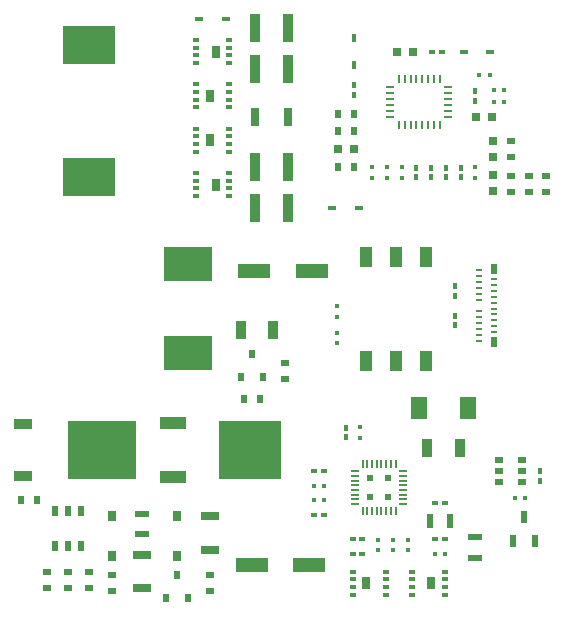
<source format=gtp>
G04 #@! TF.FileFunction,Paste,Top*
%FSLAX46Y46*%
G04 Gerber Fmt 4.6, Leading zero omitted, Abs format (unit mm)*
G04 Created by KiCad (PCBNEW (2016-11-21 revision f7cc0a9)-makepkg) date 06/05/17 10:20:09*
%MOMM*%
%LPD*%
G01*
G04 APERTURE LIST*
%ADD10C,0.100000*%
%ADD11R,0.864000X2.358000*%
%ADD12R,0.774000X0.270000*%
%ADD13R,0.270000X0.774000*%
%ADD14R,0.504000X0.504000*%
%ADD15R,0.225000X0.666000*%
%ADD16R,0.666000X0.225000*%
%ADD17R,4.050000X2.880000*%
%ADD18R,5.292000X5.031000*%
%ADD19R,2.277000X1.062000*%
%ADD20R,5.724000X4.914000*%
%ADD21R,1.557000X0.864000*%
%ADD22R,0.990000X1.800000*%
%ADD23R,0.630000X0.900000*%
%ADD24R,0.630000X0.270000*%
%ADD25R,0.696000X0.980000*%
%ADD26R,0.612000X0.315000*%
%ADD27R,4.500000X3.177000*%
%ADD28R,0.558000X0.828000*%
%ADD29R,0.450000X0.531000*%
%ADD30R,0.684000X0.414000*%
%ADD31R,0.414000X0.684000*%
%ADD32R,0.513000X0.792000*%
%ADD33R,1.467000X1.917000*%
%ADD34R,0.648000X0.810000*%
%ADD35R,1.188000X0.603000*%
%ADD36R,0.603000X1.188000*%
%ADD37R,0.738000X1.503000*%
%ADD38R,1.503000X0.738000*%
%ADD39R,0.585000X0.792000*%
%ADD40R,0.792000X0.585000*%
%ADD41R,0.459000X0.450000*%
%ADD42R,0.450000X0.459000*%
%ADD43R,0.864000X1.548000*%
%ADD44R,0.648000X0.783000*%
%ADD45R,0.783000X0.648000*%
%ADD46R,0.531000X0.450000*%
%ADD47R,2.673000X1.242000*%
%ADD48R,0.792000X0.513000*%
%ADD49R,0.549000X1.062000*%
G04 APERTURE END LIST*
D10*
D11*
X124625000Y-69250000D03*
X121875000Y-69250000D03*
X124625000Y-65750000D03*
X121875000Y-65750000D03*
X124625000Y-54000000D03*
X121875000Y-54000000D03*
X124625000Y-57500000D03*
X121875000Y-57500000D03*
D12*
X133305000Y-61500000D03*
X133305000Y-61000000D03*
X133305000Y-60500000D03*
X133305000Y-60000000D03*
X133305000Y-59500000D03*
X133305000Y-59000000D03*
D13*
X134000000Y-58305000D03*
X134500000Y-58305000D03*
X135000000Y-58305000D03*
X135500000Y-58305000D03*
X136000000Y-58305000D03*
X136500000Y-58305000D03*
X137000000Y-58305000D03*
X137500000Y-58305000D03*
D12*
X138195000Y-59000000D03*
X138195000Y-59500000D03*
X138195000Y-60000000D03*
X138195000Y-60500000D03*
X138195000Y-61000000D03*
X138195000Y-61500000D03*
D13*
X137500000Y-62195000D03*
X137000000Y-62195000D03*
X136500000Y-62195000D03*
X136000000Y-62195000D03*
X135500000Y-62195000D03*
X135000000Y-62195000D03*
X134500000Y-62195000D03*
X134000000Y-62195000D03*
D14*
X131535185Y-93711523D03*
X133135185Y-93711523D03*
X131535185Y-92111523D03*
X133135185Y-92111523D03*
D15*
X133735185Y-94921523D03*
X133335185Y-94921523D03*
X132935185Y-94921523D03*
X132535185Y-94921523D03*
X132135185Y-94921523D03*
X131735185Y-94921523D03*
X131335185Y-94921523D03*
X130935185Y-94921523D03*
D16*
X130325185Y-94311523D03*
X130325185Y-93911523D03*
X130325185Y-93511523D03*
X130325185Y-93111523D03*
X130325185Y-92711523D03*
X130325185Y-92311523D03*
X130325185Y-91911523D03*
X130325185Y-91511523D03*
D15*
X130935185Y-90901523D03*
X131335185Y-90901523D03*
X131735185Y-90901523D03*
X132135185Y-90901523D03*
X132535185Y-90901523D03*
X132935185Y-90901523D03*
X133335185Y-90901523D03*
X133735185Y-90901523D03*
D16*
X134345185Y-91511523D03*
X134345185Y-91911523D03*
X134345185Y-92311523D03*
X134345185Y-92711523D03*
X134345185Y-93111523D03*
X134345185Y-93511523D03*
X134345185Y-93911523D03*
X134345185Y-94311523D03*
D17*
X116150000Y-74000000D03*
X116150000Y-81500000D03*
D18*
X121420000Y-89750000D03*
D19*
X114910000Y-92040000D03*
X114910000Y-87460000D03*
D20*
X108920000Y-89750000D03*
D21*
X102160000Y-91950000D03*
X102160000Y-87550000D03*
D22*
X136330000Y-82150000D03*
X136330000Y-73350000D03*
X133790000Y-73350000D03*
X133790000Y-82150000D03*
X131250000Y-82150000D03*
X131250000Y-73350000D03*
D23*
X142090000Y-74400000D03*
D24*
X142090000Y-75250000D03*
X142090000Y-75750000D03*
X142090000Y-76250000D03*
X142090000Y-76750000D03*
X142090000Y-77250000D03*
X142090000Y-77750000D03*
X142090000Y-78250000D03*
X142090000Y-78750000D03*
X142090000Y-79250000D03*
X142090000Y-79750000D03*
D23*
X142090000Y-80600000D03*
D24*
X140790000Y-77000000D03*
X140790000Y-76500000D03*
X140790000Y-74500000D03*
X140790000Y-76000000D03*
X140790000Y-75000000D03*
X140790000Y-75500000D03*
X140790000Y-78000000D03*
X140790000Y-78500000D03*
X140790000Y-79000000D03*
X140790000Y-79500000D03*
X140790000Y-80000000D03*
X140790000Y-80500000D03*
D25*
X118500000Y-67250000D03*
D26*
X119660000Y-66275000D03*
X119660000Y-66925000D03*
X119660000Y-67575000D03*
X119660000Y-68225000D03*
X116840000Y-68225000D03*
X116840000Y-67575000D03*
X116840000Y-66925000D03*
X116840000Y-66275000D03*
D25*
X118000000Y-63500000D03*
D26*
X116840000Y-64475000D03*
X116840000Y-63825000D03*
X116840000Y-63175000D03*
X116840000Y-62525000D03*
X119660000Y-62525000D03*
X119660000Y-63175000D03*
X119660000Y-63825000D03*
X119660000Y-64475000D03*
D25*
X118500000Y-56000000D03*
D26*
X119660000Y-55025000D03*
X119660000Y-55675000D03*
X119660000Y-56325000D03*
X119660000Y-56975000D03*
X116840000Y-56975000D03*
X116840000Y-56325000D03*
X116840000Y-55675000D03*
X116840000Y-55025000D03*
D25*
X131250000Y-101000000D03*
D26*
X130090000Y-101975000D03*
X130090000Y-101325000D03*
X130090000Y-100675000D03*
X130090000Y-100025000D03*
X132910000Y-100025000D03*
X132910000Y-100675000D03*
X132910000Y-101325000D03*
X132910000Y-101975000D03*
D25*
X136750000Y-101000000D03*
D26*
X137910000Y-100025000D03*
X137910000Y-100675000D03*
X137910000Y-101325000D03*
X137910000Y-101975000D03*
X135090000Y-101975000D03*
X135090000Y-101325000D03*
X135090000Y-100675000D03*
X135090000Y-100025000D03*
D25*
X118000000Y-59750000D03*
D26*
X116840000Y-60725000D03*
X116840000Y-60075000D03*
X116840000Y-59425000D03*
X116840000Y-58775000D03*
X119660000Y-58775000D03*
X119660000Y-59425000D03*
X119660000Y-60075000D03*
X119660000Y-60725000D03*
D27*
X107750000Y-66585000D03*
X107750000Y-55415000D03*
D28*
X104900000Y-94910000D03*
X106000000Y-94910000D03*
X107100000Y-94910000D03*
X107100000Y-97890000D03*
X106000000Y-97890000D03*
X104900000Y-97890000D03*
D29*
X138750000Y-75845000D03*
X138750000Y-76655000D03*
D30*
X117120000Y-53250000D03*
X119380000Y-53250000D03*
X130630000Y-69250000D03*
X128370000Y-69250000D03*
D31*
X130250000Y-54870000D03*
X130250000Y-57130000D03*
D30*
X141760000Y-56000000D03*
X139500000Y-56000000D03*
D32*
X120650000Y-83575000D03*
X122550000Y-83575000D03*
X121600000Y-81625000D03*
X115250000Y-100275000D03*
X116200000Y-102225000D03*
X114300000Y-102225000D03*
D33*
X135710000Y-86200000D03*
X139890000Y-86200000D03*
D34*
X109750000Y-98680000D03*
X109750000Y-95320000D03*
X115250000Y-98680000D03*
X115250000Y-95320000D03*
D35*
X140500000Y-98880000D03*
X140500000Y-97120000D03*
D36*
X136620000Y-95750000D03*
X138380000Y-95750000D03*
D35*
X112250000Y-96880000D03*
X112250000Y-95120000D03*
D37*
X121845000Y-61500000D03*
X124655000Y-61500000D03*
D38*
X112250000Y-101405000D03*
X112250000Y-98595000D03*
X118000000Y-98155000D03*
X118000000Y-95345000D03*
D39*
X130175000Y-62750000D03*
X128825000Y-62750000D03*
X128825000Y-61250000D03*
X130175000Y-61250000D03*
X130175000Y-65750000D03*
X128825000Y-65750000D03*
D40*
X143500000Y-64925000D03*
X143500000Y-63575000D03*
X143500000Y-67850000D03*
X143500000Y-66500000D03*
X145000000Y-67850000D03*
X145000000Y-66500000D03*
X146500000Y-67850000D03*
X146500000Y-66500000D03*
D39*
X102000000Y-94000000D03*
X103350000Y-94000000D03*
D40*
X109750000Y-101675000D03*
X109750000Y-100325000D03*
X118000000Y-101675000D03*
X118000000Y-100325000D03*
X124400000Y-82325000D03*
X124400000Y-83675000D03*
D39*
X122275000Y-85400000D03*
X120925000Y-85400000D03*
D41*
X127695000Y-94000000D03*
X126805000Y-94000000D03*
X127695000Y-92750000D03*
X126805000Y-92750000D03*
D42*
X130750000Y-87805000D03*
X130750000Y-88695000D03*
X133500000Y-97305000D03*
X133500000Y-98195000D03*
X132250000Y-98195000D03*
X132250000Y-97305000D03*
X134750000Y-97305000D03*
X134750000Y-98195000D03*
D41*
X141695000Y-58000000D03*
X140805000Y-58000000D03*
X142055000Y-59250000D03*
X142945000Y-59250000D03*
X142055000Y-60250000D03*
X142945000Y-60250000D03*
X137055000Y-98500000D03*
X137945000Y-98500000D03*
D42*
X131750000Y-66695000D03*
X131750000Y-65805000D03*
X133000000Y-66695000D03*
X133000000Y-65805000D03*
X134250000Y-66695000D03*
X134250000Y-65805000D03*
X140500000Y-65805000D03*
X140500000Y-66695000D03*
D41*
X143805000Y-93750000D03*
X144695000Y-93750000D03*
D43*
X123375000Y-79600000D03*
X120625000Y-79600000D03*
D44*
X141925000Y-61500000D03*
X140575000Y-61500000D03*
X135175000Y-56000000D03*
X133825000Y-56000000D03*
X130175000Y-64250000D03*
X128825000Y-64250000D03*
D45*
X142000000Y-64925000D03*
X142000000Y-63575000D03*
X142000000Y-67830000D03*
X142000000Y-66480000D03*
D29*
X140500000Y-60155000D03*
X140500000Y-59345000D03*
D46*
X126845000Y-95250000D03*
X127655000Y-95250000D03*
X137095000Y-94250000D03*
X137905000Y-94250000D03*
X130095000Y-97250000D03*
X130905000Y-97250000D03*
X130095000Y-98500000D03*
X130905000Y-98500000D03*
D29*
X135500000Y-66655000D03*
X135500000Y-65845000D03*
X136750000Y-66655000D03*
X136750000Y-65845000D03*
X130250000Y-59655000D03*
X130250000Y-58845000D03*
D46*
X137655000Y-56000000D03*
X136845000Y-56000000D03*
D29*
X146000000Y-92310000D03*
X146000000Y-91500000D03*
X139250000Y-65845000D03*
X139250000Y-66655000D03*
X138000000Y-66655000D03*
X138000000Y-65845000D03*
X129500000Y-87845000D03*
X129500000Y-88655000D03*
X138750000Y-79155000D03*
X138750000Y-78345000D03*
D46*
X137905000Y-97250000D03*
X137095000Y-97250000D03*
D47*
X126630000Y-74600000D03*
X121770000Y-74600000D03*
X121570000Y-99500000D03*
X126430000Y-99500000D03*
D48*
X142525000Y-90550000D03*
X142525000Y-91500000D03*
X142525000Y-92450000D03*
X144475000Y-92450000D03*
X144475000Y-91500000D03*
X144475000Y-90550000D03*
D42*
X128750000Y-80695000D03*
X128750000Y-79805000D03*
D46*
X127655000Y-91500000D03*
X126845000Y-91500000D03*
D42*
X128750000Y-77555000D03*
X128750000Y-78445000D03*
D43*
X139175000Y-89600000D03*
X136425000Y-89600000D03*
D49*
X143650000Y-97425000D03*
X145550000Y-97425000D03*
X144600000Y-95375000D03*
D40*
X104250000Y-101375000D03*
X104250000Y-100025000D03*
X107750000Y-100075000D03*
X107750000Y-101425000D03*
X106000000Y-100025000D03*
X106000000Y-101375000D03*
M02*

</source>
